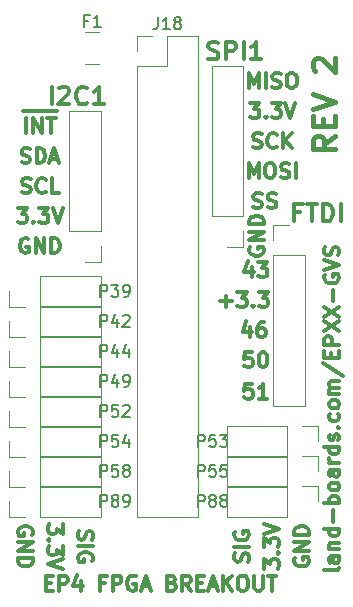
<source format=gbr>
G04 #@! TF.GenerationSoftware,KiCad,Pcbnew,(5.0.2)-1*
G04 #@! TF.CreationDate,2019-09-14T17:14:01-04:00*
G04 #@! TF.ProjectId,EPXX-GVS,45505858-2d47-4565-932e-6b696361645f,X2*
G04 #@! TF.SameCoordinates,Original*
G04 #@! TF.FileFunction,Legend,Top*
G04 #@! TF.FilePolarity,Positive*
%FSLAX46Y46*%
G04 Gerber Fmt 4.6, Leading zero omitted, Abs format (unit mm)*
G04 Created by KiCad (PCBNEW (5.0.2)-1) date 9/14/2019 5:14:01 PM*
%MOMM*%
%LPD*%
G01*
G04 APERTURE LIST*
%ADD10C,0.317500*%
%ADD11C,0.381000*%
%ADD12C,0.120000*%
%ADD13C,0.375000*%
%ADD14C,0.150000*%
G04 APERTURE END LIST*
D10*
X22430619Y-31943523D02*
X21825857Y-31943523D01*
X21765380Y-32548285D01*
X21825857Y-32487809D01*
X21946809Y-32427333D01*
X22249190Y-32427333D01*
X22370142Y-32487809D01*
X22430619Y-32548285D01*
X22491095Y-32669238D01*
X22491095Y-32971619D01*
X22430619Y-33092571D01*
X22370142Y-33153047D01*
X22249190Y-33213523D01*
X21946809Y-33213523D01*
X21825857Y-33153047D01*
X21765380Y-33092571D01*
X23700619Y-33213523D02*
X22974904Y-33213523D01*
X23337761Y-33213523D02*
X23337761Y-31943523D01*
X23216809Y-32124952D01*
X23095857Y-32245904D01*
X22974904Y-32306380D01*
X22430619Y-29276523D02*
X21825857Y-29276523D01*
X21765380Y-29881285D01*
X21825857Y-29820809D01*
X21946809Y-29760333D01*
X22249190Y-29760333D01*
X22370142Y-29820809D01*
X22430619Y-29881285D01*
X22491095Y-30002238D01*
X22491095Y-30304619D01*
X22430619Y-30425571D01*
X22370142Y-30486047D01*
X22249190Y-30546523D01*
X21946809Y-30546523D01*
X21825857Y-30486047D01*
X21765380Y-30425571D01*
X23277285Y-29276523D02*
X23398238Y-29276523D01*
X23519190Y-29337000D01*
X23579666Y-29397476D01*
X23640142Y-29518428D01*
X23700619Y-29760333D01*
X23700619Y-30062714D01*
X23640142Y-30304619D01*
X23579666Y-30425571D01*
X23519190Y-30486047D01*
X23398238Y-30546523D01*
X23277285Y-30546523D01*
X23156333Y-30486047D01*
X23095857Y-30425571D01*
X23035380Y-30304619D01*
X22974904Y-30062714D01*
X22974904Y-29760333D01*
X23035380Y-29518428D01*
X23095857Y-29397476D01*
X23156333Y-29337000D01*
X23277285Y-29276523D01*
X22243142Y-27159857D02*
X22243142Y-28006523D01*
X21940761Y-26676047D02*
X21638380Y-27583190D01*
X22424571Y-27583190D01*
X23452666Y-26736523D02*
X23210761Y-26736523D01*
X23089809Y-26797000D01*
X23029333Y-26857476D01*
X22908380Y-27038904D01*
X22847904Y-27280809D01*
X22847904Y-27764619D01*
X22908380Y-27885571D01*
X22968857Y-27946047D01*
X23089809Y-28006523D01*
X23331714Y-28006523D01*
X23452666Y-27946047D01*
X23513142Y-27885571D01*
X23573619Y-27764619D01*
X23573619Y-27462238D01*
X23513142Y-27341285D01*
X23452666Y-27280809D01*
X23331714Y-27220333D01*
X23089809Y-27220333D01*
X22968857Y-27280809D01*
X22908380Y-27341285D01*
X22847904Y-27462238D01*
X22370142Y-22079857D02*
X22370142Y-22926523D01*
X22067761Y-21596047D02*
X21765380Y-22503190D01*
X22551571Y-22503190D01*
X22914428Y-21656523D02*
X23700619Y-21656523D01*
X23277285Y-22140333D01*
X23458714Y-22140333D01*
X23579666Y-22200809D01*
X23640142Y-22261285D01*
X23700619Y-22382238D01*
X23700619Y-22684619D01*
X23640142Y-22805571D01*
X23579666Y-22866047D01*
X23458714Y-22926523D01*
X23095857Y-22926523D01*
X22974904Y-22866047D01*
X22914428Y-22805571D01*
X19721285Y-24982714D02*
X20688904Y-24982714D01*
X20205095Y-25466523D02*
X20205095Y-24498904D01*
X21172714Y-24196523D02*
X21958904Y-24196523D01*
X21535571Y-24680333D01*
X21717000Y-24680333D01*
X21837952Y-24740809D01*
X21898428Y-24801285D01*
X21958904Y-24922238D01*
X21958904Y-25224619D01*
X21898428Y-25345571D01*
X21837952Y-25406047D01*
X21717000Y-25466523D01*
X21354142Y-25466523D01*
X21233190Y-25406047D01*
X21172714Y-25345571D01*
X22503190Y-25345571D02*
X22563666Y-25406047D01*
X22503190Y-25466523D01*
X22442714Y-25406047D01*
X22503190Y-25345571D01*
X22503190Y-25466523D01*
X22987000Y-24196523D02*
X23773190Y-24196523D01*
X23349857Y-24680333D01*
X23531285Y-24680333D01*
X23652238Y-24740809D01*
X23712714Y-24801285D01*
X23773190Y-24922238D01*
X23773190Y-25224619D01*
X23712714Y-25345571D01*
X23652238Y-25406047D01*
X23531285Y-25466523D01*
X23168428Y-25466523D01*
X23047476Y-25406047D01*
X22987000Y-25345571D01*
X22497142Y-11944047D02*
X22678571Y-12004523D01*
X22980952Y-12004523D01*
X23101904Y-11944047D01*
X23162380Y-11883571D01*
X23222857Y-11762619D01*
X23222857Y-11641666D01*
X23162380Y-11520714D01*
X23101904Y-11460238D01*
X22980952Y-11399761D01*
X22739047Y-11339285D01*
X22618095Y-11278809D01*
X22557619Y-11218333D01*
X22497142Y-11097380D01*
X22497142Y-10976428D01*
X22557619Y-10855476D01*
X22618095Y-10795000D01*
X22739047Y-10734523D01*
X23041428Y-10734523D01*
X23222857Y-10795000D01*
X24492857Y-11883571D02*
X24432380Y-11944047D01*
X24250952Y-12004523D01*
X24130000Y-12004523D01*
X23948571Y-11944047D01*
X23827619Y-11823095D01*
X23767142Y-11702142D01*
X23706666Y-11460238D01*
X23706666Y-11278809D01*
X23767142Y-11036904D01*
X23827619Y-10915952D01*
X23948571Y-10795000D01*
X24130000Y-10734523D01*
X24250952Y-10734523D01*
X24432380Y-10795000D01*
X24492857Y-10855476D01*
X25037142Y-12004523D02*
X25037142Y-10734523D01*
X25762857Y-12004523D02*
X25218571Y-11278809D01*
X25762857Y-10734523D02*
X25037142Y-11460238D01*
X22134285Y-6924523D02*
X22134285Y-5654523D01*
X22557619Y-6561666D01*
X22980952Y-5654523D01*
X22980952Y-6924523D01*
X23585714Y-6924523D02*
X23585714Y-5654523D01*
X24130000Y-6864047D02*
X24311428Y-6924523D01*
X24613809Y-6924523D01*
X24734761Y-6864047D01*
X24795238Y-6803571D01*
X24855714Y-6682619D01*
X24855714Y-6561666D01*
X24795238Y-6440714D01*
X24734761Y-6380238D01*
X24613809Y-6319761D01*
X24371904Y-6259285D01*
X24250952Y-6198809D01*
X24190476Y-6138333D01*
X24130000Y-6017380D01*
X24130000Y-5896428D01*
X24190476Y-5775476D01*
X24250952Y-5715000D01*
X24371904Y-5654523D01*
X24674285Y-5654523D01*
X24855714Y-5715000D01*
X25641904Y-5654523D02*
X25883809Y-5654523D01*
X26004761Y-5715000D01*
X26125714Y-5835952D01*
X26186190Y-6077857D01*
X26186190Y-6501190D01*
X26125714Y-6743095D01*
X26004761Y-6864047D01*
X25883809Y-6924523D01*
X25641904Y-6924523D01*
X25520952Y-6864047D01*
X25400000Y-6743095D01*
X25339523Y-6501190D01*
X25339523Y-6077857D01*
X25400000Y-5835952D01*
X25520952Y-5715000D01*
X25641904Y-5654523D01*
X22255238Y-8194523D02*
X23041428Y-8194523D01*
X22618095Y-8678333D01*
X22799523Y-8678333D01*
X22920476Y-8738809D01*
X22980952Y-8799285D01*
X23041428Y-8920238D01*
X23041428Y-9222619D01*
X22980952Y-9343571D01*
X22920476Y-9404047D01*
X22799523Y-9464523D01*
X22436666Y-9464523D01*
X22315714Y-9404047D01*
X22255238Y-9343571D01*
X23585714Y-9343571D02*
X23646190Y-9404047D01*
X23585714Y-9464523D01*
X23525238Y-9404047D01*
X23585714Y-9343571D01*
X23585714Y-9464523D01*
X24069523Y-8194523D02*
X24855714Y-8194523D01*
X24432380Y-8678333D01*
X24613809Y-8678333D01*
X24734761Y-8738809D01*
X24795238Y-8799285D01*
X24855714Y-8920238D01*
X24855714Y-9222619D01*
X24795238Y-9343571D01*
X24734761Y-9404047D01*
X24613809Y-9464523D01*
X24250952Y-9464523D01*
X24130000Y-9404047D01*
X24069523Y-9343571D01*
X25218571Y-8194523D02*
X25641904Y-9464523D01*
X26065238Y-8194523D01*
X22134285Y-14544523D02*
X22134285Y-13274523D01*
X22557619Y-14181666D01*
X22980952Y-13274523D01*
X22980952Y-14544523D01*
X23827619Y-13274523D02*
X24069523Y-13274523D01*
X24190476Y-13335000D01*
X24311428Y-13455952D01*
X24371904Y-13697857D01*
X24371904Y-14121190D01*
X24311428Y-14363095D01*
X24190476Y-14484047D01*
X24069523Y-14544523D01*
X23827619Y-14544523D01*
X23706666Y-14484047D01*
X23585714Y-14363095D01*
X23525238Y-14121190D01*
X23525238Y-13697857D01*
X23585714Y-13455952D01*
X23706666Y-13335000D01*
X23827619Y-13274523D01*
X24855714Y-14484047D02*
X25037142Y-14544523D01*
X25339523Y-14544523D01*
X25460476Y-14484047D01*
X25520952Y-14423571D01*
X25581428Y-14302619D01*
X25581428Y-14181666D01*
X25520952Y-14060714D01*
X25460476Y-14000238D01*
X25339523Y-13939761D01*
X25097619Y-13879285D01*
X24976666Y-13818809D01*
X24916190Y-13758333D01*
X24855714Y-13637380D01*
X24855714Y-13516428D01*
X24916190Y-13395476D01*
X24976666Y-13335000D01*
X25097619Y-13274523D01*
X25400000Y-13274523D01*
X25581428Y-13335000D01*
X26125714Y-14544523D02*
X26125714Y-13274523D01*
X22527380Y-17024047D02*
X22708809Y-17084523D01*
X23011190Y-17084523D01*
X23132142Y-17024047D01*
X23192619Y-16963571D01*
X23253095Y-16842619D01*
X23253095Y-16721666D01*
X23192619Y-16600714D01*
X23132142Y-16540238D01*
X23011190Y-16479761D01*
X22769285Y-16419285D01*
X22648333Y-16358809D01*
X22587857Y-16298333D01*
X22527380Y-16177380D01*
X22527380Y-16056428D01*
X22587857Y-15935476D01*
X22648333Y-15875000D01*
X22769285Y-15814523D01*
X23071666Y-15814523D01*
X23253095Y-15875000D01*
X23736904Y-17024047D02*
X23918333Y-17084523D01*
X24220714Y-17084523D01*
X24341666Y-17024047D01*
X24402142Y-16963571D01*
X24462619Y-16842619D01*
X24462619Y-16721666D01*
X24402142Y-16600714D01*
X24341666Y-16540238D01*
X24220714Y-16479761D01*
X23978809Y-16419285D01*
X23857857Y-16358809D01*
X23797380Y-16298333D01*
X23736904Y-16177380D01*
X23736904Y-16056428D01*
X23797380Y-15935476D01*
X23857857Y-15875000D01*
X23978809Y-15814523D01*
X24281190Y-15814523D01*
X24462619Y-15875000D01*
X22225000Y-20398619D02*
X22164523Y-20519571D01*
X22164523Y-20701000D01*
X22225000Y-20882428D01*
X22345952Y-21003380D01*
X22466904Y-21063857D01*
X22708809Y-21124333D01*
X22890238Y-21124333D01*
X23132142Y-21063857D01*
X23253095Y-21003380D01*
X23374047Y-20882428D01*
X23434523Y-20701000D01*
X23434523Y-20580047D01*
X23374047Y-20398619D01*
X23313571Y-20338142D01*
X22890238Y-20338142D01*
X22890238Y-20580047D01*
X23434523Y-19793857D02*
X22164523Y-19793857D01*
X23434523Y-19068142D01*
X22164523Y-19068142D01*
X23434523Y-18463380D02*
X22164523Y-18463380D01*
X22164523Y-18161000D01*
X22225000Y-17979571D01*
X22345952Y-17858619D01*
X22466904Y-17798142D01*
X22708809Y-17737666D01*
X22890238Y-17737666D01*
X23132142Y-17798142D01*
X23253095Y-17858619D01*
X23374047Y-17979571D01*
X23434523Y-18161000D01*
X23434523Y-18463380D01*
X7740952Y-44419761D02*
X7680476Y-44601190D01*
X7680476Y-44903571D01*
X7740952Y-45024523D01*
X7801428Y-45085000D01*
X7922380Y-45145476D01*
X8043333Y-45145476D01*
X8164285Y-45085000D01*
X8224761Y-45024523D01*
X8285238Y-44903571D01*
X8345714Y-44661666D01*
X8406190Y-44540714D01*
X8466666Y-44480238D01*
X8587619Y-44419761D01*
X8708571Y-44419761D01*
X8829523Y-44480238D01*
X8890000Y-44540714D01*
X8950476Y-44661666D01*
X8950476Y-44964047D01*
X8890000Y-45145476D01*
X7680476Y-45689761D02*
X8950476Y-45689761D01*
X8890000Y-46959761D02*
X8950476Y-46838809D01*
X8950476Y-46657380D01*
X8890000Y-46475952D01*
X8769047Y-46355000D01*
X8648095Y-46294523D01*
X8406190Y-46234047D01*
X8224761Y-46234047D01*
X7982857Y-46294523D01*
X7861904Y-46355000D01*
X7740952Y-46475952D01*
X7680476Y-46657380D01*
X7680476Y-46778333D01*
X7740952Y-46959761D01*
X7801428Y-47020238D01*
X8224761Y-47020238D01*
X8224761Y-46778333D01*
X22104047Y-47020238D02*
X22164523Y-46838809D01*
X22164523Y-46536428D01*
X22104047Y-46415476D01*
X22043571Y-46355000D01*
X21922619Y-46294523D01*
X21801666Y-46294523D01*
X21680714Y-46355000D01*
X21620238Y-46415476D01*
X21559761Y-46536428D01*
X21499285Y-46778333D01*
X21438809Y-46899285D01*
X21378333Y-46959761D01*
X21257380Y-47020238D01*
X21136428Y-47020238D01*
X21015476Y-46959761D01*
X20955000Y-46899285D01*
X20894523Y-46778333D01*
X20894523Y-46475952D01*
X20955000Y-46294523D01*
X22164523Y-45750238D02*
X20894523Y-45750238D01*
X20955000Y-44480238D02*
X20894523Y-44601190D01*
X20894523Y-44782619D01*
X20955000Y-44964047D01*
X21075952Y-45085000D01*
X21196904Y-45145476D01*
X21438809Y-45205952D01*
X21620238Y-45205952D01*
X21862142Y-45145476D01*
X21983095Y-45085000D01*
X22104047Y-44964047D01*
X22164523Y-44782619D01*
X22164523Y-44661666D01*
X22104047Y-44480238D01*
X22043571Y-44419761D01*
X21620238Y-44419761D01*
X21620238Y-44661666D01*
X2993571Y-8832850D02*
X3598333Y-8832850D01*
X3295952Y-10734523D02*
X3295952Y-9464523D01*
X3598333Y-8832850D02*
X4928809Y-8832850D01*
X3900714Y-10734523D02*
X3900714Y-9464523D01*
X4626428Y-10734523D01*
X4626428Y-9464523D01*
X4928809Y-8832850D02*
X5896428Y-8832850D01*
X5049761Y-9464523D02*
X5775476Y-9464523D01*
X5412619Y-10734523D02*
X5412619Y-9464523D01*
X2902857Y-13214047D02*
X3084285Y-13274523D01*
X3386666Y-13274523D01*
X3507619Y-13214047D01*
X3568095Y-13153571D01*
X3628571Y-13032619D01*
X3628571Y-12911666D01*
X3568095Y-12790714D01*
X3507619Y-12730238D01*
X3386666Y-12669761D01*
X3144761Y-12609285D01*
X3023809Y-12548809D01*
X2963333Y-12488333D01*
X2902857Y-12367380D01*
X2902857Y-12246428D01*
X2963333Y-12125476D01*
X3023809Y-12065000D01*
X3144761Y-12004523D01*
X3447142Y-12004523D01*
X3628571Y-12065000D01*
X4172857Y-13274523D02*
X4172857Y-12004523D01*
X4475238Y-12004523D01*
X4656666Y-12065000D01*
X4777619Y-12185952D01*
X4838095Y-12306904D01*
X4898571Y-12548809D01*
X4898571Y-12730238D01*
X4838095Y-12972142D01*
X4777619Y-13093095D01*
X4656666Y-13214047D01*
X4475238Y-13274523D01*
X4172857Y-13274523D01*
X5382380Y-12911666D02*
X5987142Y-12911666D01*
X5261428Y-13274523D02*
X5684761Y-12004523D01*
X6108095Y-13274523D01*
X2933095Y-15754047D02*
X3114523Y-15814523D01*
X3416904Y-15814523D01*
X3537857Y-15754047D01*
X3598333Y-15693571D01*
X3658809Y-15572619D01*
X3658809Y-15451666D01*
X3598333Y-15330714D01*
X3537857Y-15270238D01*
X3416904Y-15209761D01*
X3175000Y-15149285D01*
X3054047Y-15088809D01*
X2993571Y-15028333D01*
X2933095Y-14907380D01*
X2933095Y-14786428D01*
X2993571Y-14665476D01*
X3054047Y-14605000D01*
X3175000Y-14544523D01*
X3477380Y-14544523D01*
X3658809Y-14605000D01*
X4928809Y-15693571D02*
X4868333Y-15754047D01*
X4686904Y-15814523D01*
X4565952Y-15814523D01*
X4384523Y-15754047D01*
X4263571Y-15633095D01*
X4203095Y-15512142D01*
X4142619Y-15270238D01*
X4142619Y-15088809D01*
X4203095Y-14846904D01*
X4263571Y-14725952D01*
X4384523Y-14605000D01*
X4565952Y-14544523D01*
X4686904Y-14544523D01*
X4868333Y-14605000D01*
X4928809Y-14665476D01*
X6077857Y-15814523D02*
X5473095Y-15814523D01*
X5473095Y-14544523D01*
X2570238Y-17084523D02*
X3356428Y-17084523D01*
X2933095Y-17568333D01*
X3114523Y-17568333D01*
X3235476Y-17628809D01*
X3295952Y-17689285D01*
X3356428Y-17810238D01*
X3356428Y-18112619D01*
X3295952Y-18233571D01*
X3235476Y-18294047D01*
X3114523Y-18354523D01*
X2751666Y-18354523D01*
X2630714Y-18294047D01*
X2570238Y-18233571D01*
X3900714Y-18233571D02*
X3961190Y-18294047D01*
X3900714Y-18354523D01*
X3840238Y-18294047D01*
X3900714Y-18233571D01*
X3900714Y-18354523D01*
X4384523Y-17084523D02*
X5170714Y-17084523D01*
X4747380Y-17568333D01*
X4928809Y-17568333D01*
X5049761Y-17628809D01*
X5110238Y-17689285D01*
X5170714Y-17810238D01*
X5170714Y-18112619D01*
X5110238Y-18233571D01*
X5049761Y-18294047D01*
X4928809Y-18354523D01*
X4565952Y-18354523D01*
X4445000Y-18294047D01*
X4384523Y-18233571D01*
X5533571Y-17084523D02*
X5956904Y-18354523D01*
X6380238Y-17084523D01*
X3477380Y-19685000D02*
X3356428Y-19624523D01*
X3175000Y-19624523D01*
X2993571Y-19685000D01*
X2872619Y-19805952D01*
X2812142Y-19926904D01*
X2751666Y-20168809D01*
X2751666Y-20350238D01*
X2812142Y-20592142D01*
X2872619Y-20713095D01*
X2993571Y-20834047D01*
X3175000Y-20894523D01*
X3295952Y-20894523D01*
X3477380Y-20834047D01*
X3537857Y-20773571D01*
X3537857Y-20350238D01*
X3295952Y-20350238D01*
X4082142Y-20894523D02*
X4082142Y-19624523D01*
X4807857Y-20894523D01*
X4807857Y-19624523D01*
X5412619Y-20894523D02*
X5412619Y-19624523D01*
X5715000Y-19624523D01*
X5896428Y-19685000D01*
X6017380Y-19805952D01*
X6077857Y-19926904D01*
X6138333Y-20168809D01*
X6138333Y-20350238D01*
X6077857Y-20592142D01*
X6017380Y-20713095D01*
X5896428Y-20834047D01*
X5715000Y-20894523D01*
X5412619Y-20894523D01*
X4928809Y-48804285D02*
X5352142Y-48804285D01*
X5533571Y-49469523D02*
X4928809Y-49469523D01*
X4928809Y-48199523D01*
X5533571Y-48199523D01*
X6077857Y-49469523D02*
X6077857Y-48199523D01*
X6561666Y-48199523D01*
X6682619Y-48260000D01*
X6743095Y-48320476D01*
X6803571Y-48441428D01*
X6803571Y-48622857D01*
X6743095Y-48743809D01*
X6682619Y-48804285D01*
X6561666Y-48864761D01*
X6077857Y-48864761D01*
X7892142Y-48622857D02*
X7892142Y-49469523D01*
X7589761Y-48139047D02*
X7287380Y-49046190D01*
X8073571Y-49046190D01*
X9948333Y-48804285D02*
X9525000Y-48804285D01*
X9525000Y-49469523D02*
X9525000Y-48199523D01*
X10129761Y-48199523D01*
X10613571Y-49469523D02*
X10613571Y-48199523D01*
X11097380Y-48199523D01*
X11218333Y-48260000D01*
X11278809Y-48320476D01*
X11339285Y-48441428D01*
X11339285Y-48622857D01*
X11278809Y-48743809D01*
X11218333Y-48804285D01*
X11097380Y-48864761D01*
X10613571Y-48864761D01*
X12548809Y-48260000D02*
X12427857Y-48199523D01*
X12246428Y-48199523D01*
X12064999Y-48260000D01*
X11944047Y-48380952D01*
X11883571Y-48501904D01*
X11823095Y-48743809D01*
X11823095Y-48925238D01*
X11883571Y-49167142D01*
X11944047Y-49288095D01*
X12064999Y-49409047D01*
X12246428Y-49469523D01*
X12367380Y-49469523D01*
X12548809Y-49409047D01*
X12609285Y-49348571D01*
X12609285Y-48925238D01*
X12367380Y-48925238D01*
X13093095Y-49106666D02*
X13697857Y-49106666D01*
X12972142Y-49469523D02*
X13395476Y-48199523D01*
X13818809Y-49469523D01*
X15633095Y-48804285D02*
X15814523Y-48864761D01*
X15875000Y-48925238D01*
X15935476Y-49046190D01*
X15935476Y-49227619D01*
X15875000Y-49348571D01*
X15814523Y-49409047D01*
X15693571Y-49469523D01*
X15209761Y-49469523D01*
X15209761Y-48199523D01*
X15633095Y-48199523D01*
X15754047Y-48260000D01*
X15814523Y-48320476D01*
X15875000Y-48441428D01*
X15875000Y-48562380D01*
X15814523Y-48683333D01*
X15754047Y-48743809D01*
X15633095Y-48804285D01*
X15209761Y-48804285D01*
X17205476Y-49469523D02*
X16782142Y-48864761D01*
X16479761Y-49469523D02*
X16479761Y-48199523D01*
X16963571Y-48199523D01*
X17084523Y-48260000D01*
X17145000Y-48320476D01*
X17205476Y-48441428D01*
X17205476Y-48622857D01*
X17145000Y-48743809D01*
X17084523Y-48804285D01*
X16963571Y-48864761D01*
X16479761Y-48864761D01*
X17749761Y-48804285D02*
X18173095Y-48804285D01*
X18354523Y-49469523D02*
X17749761Y-49469523D01*
X17749761Y-48199523D01*
X18354523Y-48199523D01*
X18838333Y-49106666D02*
X19443095Y-49106666D01*
X18717380Y-49469523D02*
X19140714Y-48199523D01*
X19564047Y-49469523D01*
X19987380Y-49469523D02*
X19987380Y-48199523D01*
X20713095Y-49469523D02*
X20168809Y-48743809D01*
X20713095Y-48199523D02*
X19987380Y-48925238D01*
X21499285Y-48199523D02*
X21741190Y-48199523D01*
X21862142Y-48260000D01*
X21983095Y-48380952D01*
X22043571Y-48622857D01*
X22043571Y-49046190D01*
X21983095Y-49288095D01*
X21862142Y-49409047D01*
X21741190Y-49469523D01*
X21499285Y-49469523D01*
X21378333Y-49409047D01*
X21257380Y-49288095D01*
X21196904Y-49046190D01*
X21196904Y-48622857D01*
X21257380Y-48380952D01*
X21378333Y-48260000D01*
X21499285Y-48199523D01*
X22587857Y-48199523D02*
X22587857Y-49227619D01*
X22648333Y-49348571D01*
X22708809Y-49409047D01*
X22829761Y-49469523D01*
X23071666Y-49469523D01*
X23192619Y-49409047D01*
X23253095Y-49348571D01*
X23313571Y-49227619D01*
X23313571Y-48199523D01*
X23736904Y-48199523D02*
X24462619Y-48199523D01*
X24099761Y-49469523D02*
X24099761Y-48199523D01*
X23434523Y-47594761D02*
X23434523Y-46808571D01*
X23918333Y-47231904D01*
X23918333Y-47050476D01*
X23978809Y-46929523D01*
X24039285Y-46869047D01*
X24160238Y-46808571D01*
X24462619Y-46808571D01*
X24583571Y-46869047D01*
X24644047Y-46929523D01*
X24704523Y-47050476D01*
X24704523Y-47413333D01*
X24644047Y-47534285D01*
X24583571Y-47594761D01*
X24583571Y-46264285D02*
X24644047Y-46203809D01*
X24704523Y-46264285D01*
X24644047Y-46324761D01*
X24583571Y-46264285D01*
X24704523Y-46264285D01*
X23434523Y-45780476D02*
X23434523Y-44994285D01*
X23918333Y-45417619D01*
X23918333Y-45236190D01*
X23978809Y-45115238D01*
X24039285Y-45054761D01*
X24160238Y-44994285D01*
X24462619Y-44994285D01*
X24583571Y-45054761D01*
X24644047Y-45115238D01*
X24704523Y-45236190D01*
X24704523Y-45599047D01*
X24644047Y-45720000D01*
X24583571Y-45780476D01*
X23434523Y-44631428D02*
X24704523Y-44208095D01*
X23434523Y-43784761D01*
X26035000Y-46687619D02*
X25974523Y-46808571D01*
X25974523Y-46990000D01*
X26035000Y-47171428D01*
X26155952Y-47292380D01*
X26276904Y-47352857D01*
X26518809Y-47413333D01*
X26700238Y-47413333D01*
X26942142Y-47352857D01*
X27063095Y-47292380D01*
X27184047Y-47171428D01*
X27244523Y-46990000D01*
X27244523Y-46869047D01*
X27184047Y-46687619D01*
X27123571Y-46627142D01*
X26700238Y-46627142D01*
X26700238Y-46869047D01*
X27244523Y-46082857D02*
X25974523Y-46082857D01*
X27244523Y-45357142D01*
X25974523Y-45357142D01*
X27244523Y-44752380D02*
X25974523Y-44752380D01*
X25974523Y-44450000D01*
X26035000Y-44268571D01*
X26155952Y-44147619D01*
X26276904Y-44087142D01*
X26518809Y-44026666D01*
X26700238Y-44026666D01*
X26942142Y-44087142D01*
X27063095Y-44147619D01*
X27184047Y-44268571D01*
X27244523Y-44450000D01*
X27244523Y-44752380D01*
X3810000Y-44752380D02*
X3870476Y-44631428D01*
X3870476Y-44450000D01*
X3810000Y-44268571D01*
X3689047Y-44147619D01*
X3568095Y-44087142D01*
X3326190Y-44026666D01*
X3144761Y-44026666D01*
X2902857Y-44087142D01*
X2781904Y-44147619D01*
X2660952Y-44268571D01*
X2600476Y-44450000D01*
X2600476Y-44570952D01*
X2660952Y-44752380D01*
X2721428Y-44812857D01*
X3144761Y-44812857D01*
X3144761Y-44570952D01*
X2600476Y-45357142D02*
X3870476Y-45357142D01*
X2600476Y-46082857D01*
X3870476Y-46082857D01*
X2600476Y-46687619D02*
X3870476Y-46687619D01*
X3870476Y-46990000D01*
X3810000Y-47171428D01*
X3689047Y-47292380D01*
X3568095Y-47352857D01*
X3326190Y-47413333D01*
X3144761Y-47413333D01*
X2902857Y-47352857D01*
X2781904Y-47292380D01*
X2660952Y-47171428D01*
X2600476Y-46990000D01*
X2600476Y-46687619D01*
X6410476Y-43845238D02*
X6410476Y-44631428D01*
X5926666Y-44208095D01*
X5926666Y-44389523D01*
X5866190Y-44510476D01*
X5805714Y-44570952D01*
X5684761Y-44631428D01*
X5382380Y-44631428D01*
X5261428Y-44570952D01*
X5200952Y-44510476D01*
X5140476Y-44389523D01*
X5140476Y-44026666D01*
X5200952Y-43905714D01*
X5261428Y-43845238D01*
X5261428Y-45175714D02*
X5200952Y-45236190D01*
X5140476Y-45175714D01*
X5200952Y-45115238D01*
X5261428Y-45175714D01*
X5140476Y-45175714D01*
X6410476Y-45659523D02*
X6410476Y-46445714D01*
X5926666Y-46022380D01*
X5926666Y-46203809D01*
X5866190Y-46324761D01*
X5805714Y-46385238D01*
X5684761Y-46445714D01*
X5382380Y-46445714D01*
X5261428Y-46385238D01*
X5200952Y-46324761D01*
X5140476Y-46203809D01*
X5140476Y-45840952D01*
X5200952Y-45720000D01*
X5261428Y-45659523D01*
X6410476Y-46808571D02*
X5140476Y-47231904D01*
X6410476Y-47655238D01*
D11*
X29436785Y-10976428D02*
X28529642Y-11611428D01*
X29436785Y-12065000D02*
X27531785Y-12065000D01*
X27531785Y-11339285D01*
X27622500Y-11157857D01*
X27713214Y-11067142D01*
X27894642Y-10976428D01*
X28166785Y-10976428D01*
X28348214Y-11067142D01*
X28438928Y-11157857D01*
X28529642Y-11339285D01*
X28529642Y-12065000D01*
X28438928Y-10160000D02*
X28438928Y-9525000D01*
X29436785Y-9252857D02*
X29436785Y-10160000D01*
X27531785Y-10160000D01*
X27531785Y-9252857D01*
X27531785Y-8708571D02*
X29436785Y-8073571D01*
X27531785Y-7438571D01*
X27713214Y-5442857D02*
X27622500Y-5352142D01*
X27531785Y-5170714D01*
X27531785Y-4717142D01*
X27622500Y-4535714D01*
X27713214Y-4445000D01*
X27894642Y-4354285D01*
X28076071Y-4354285D01*
X28348214Y-4445000D01*
X29436785Y-5533571D01*
X29436785Y-4354285D01*
D10*
X29784523Y-47569815D02*
X29724047Y-47690767D01*
X29603095Y-47751244D01*
X28514523Y-47751244D01*
X29784523Y-46541720D02*
X29119285Y-46541720D01*
X28998333Y-46602196D01*
X28937857Y-46723148D01*
X28937857Y-46965053D01*
X28998333Y-47086005D01*
X29724047Y-46541720D02*
X29784523Y-46662672D01*
X29784523Y-46965053D01*
X29724047Y-47086005D01*
X29603095Y-47146482D01*
X29482142Y-47146482D01*
X29361190Y-47086005D01*
X29300714Y-46965053D01*
X29300714Y-46662672D01*
X29240238Y-46541720D01*
X28937857Y-45936958D02*
X29784523Y-45936958D01*
X29058809Y-45936958D02*
X28998333Y-45876482D01*
X28937857Y-45755529D01*
X28937857Y-45574101D01*
X28998333Y-45453148D01*
X29119285Y-45392672D01*
X29784523Y-45392672D01*
X29784523Y-44243625D02*
X28514523Y-44243625D01*
X29724047Y-44243625D02*
X29784523Y-44364577D01*
X29784523Y-44606482D01*
X29724047Y-44727434D01*
X29663571Y-44787910D01*
X29542619Y-44848386D01*
X29179761Y-44848386D01*
X29058809Y-44787910D01*
X28998333Y-44727434D01*
X28937857Y-44606482D01*
X28937857Y-44364577D01*
X28998333Y-44243625D01*
X29300714Y-43638863D02*
X29300714Y-42671244D01*
X29784523Y-42066482D02*
X28514523Y-42066482D01*
X28998333Y-42066482D02*
X28937857Y-41945529D01*
X28937857Y-41703625D01*
X28998333Y-41582672D01*
X29058809Y-41522196D01*
X29179761Y-41461720D01*
X29542619Y-41461720D01*
X29663571Y-41522196D01*
X29724047Y-41582672D01*
X29784523Y-41703625D01*
X29784523Y-41945529D01*
X29724047Y-42066482D01*
X29784523Y-40736005D02*
X29724047Y-40856958D01*
X29663571Y-40917434D01*
X29542619Y-40977910D01*
X29179761Y-40977910D01*
X29058809Y-40917434D01*
X28998333Y-40856958D01*
X28937857Y-40736005D01*
X28937857Y-40554577D01*
X28998333Y-40433625D01*
X29058809Y-40373148D01*
X29179761Y-40312672D01*
X29542619Y-40312672D01*
X29663571Y-40373148D01*
X29724047Y-40433625D01*
X29784523Y-40554577D01*
X29784523Y-40736005D01*
X29784523Y-39224101D02*
X29119285Y-39224101D01*
X28998333Y-39284577D01*
X28937857Y-39405529D01*
X28937857Y-39647434D01*
X28998333Y-39768386D01*
X29724047Y-39224101D02*
X29784523Y-39345053D01*
X29784523Y-39647434D01*
X29724047Y-39768386D01*
X29603095Y-39828863D01*
X29482142Y-39828863D01*
X29361190Y-39768386D01*
X29300714Y-39647434D01*
X29300714Y-39345053D01*
X29240238Y-39224101D01*
X29784523Y-38619339D02*
X28937857Y-38619339D01*
X29179761Y-38619339D02*
X29058809Y-38558863D01*
X28998333Y-38498386D01*
X28937857Y-38377434D01*
X28937857Y-38256482D01*
X29784523Y-37288863D02*
X28514523Y-37288863D01*
X29724047Y-37288863D02*
X29784523Y-37409815D01*
X29784523Y-37651720D01*
X29724047Y-37772672D01*
X29663571Y-37833148D01*
X29542619Y-37893625D01*
X29179761Y-37893625D01*
X29058809Y-37833148D01*
X28998333Y-37772672D01*
X28937857Y-37651720D01*
X28937857Y-37409815D01*
X28998333Y-37288863D01*
X29724047Y-36744577D02*
X29784523Y-36623625D01*
X29784523Y-36381720D01*
X29724047Y-36260767D01*
X29603095Y-36200291D01*
X29542619Y-36200291D01*
X29421666Y-36260767D01*
X29361190Y-36381720D01*
X29361190Y-36563148D01*
X29300714Y-36684101D01*
X29179761Y-36744577D01*
X29119285Y-36744577D01*
X28998333Y-36684101D01*
X28937857Y-36563148D01*
X28937857Y-36381720D01*
X28998333Y-36260767D01*
X29663571Y-35656005D02*
X29724047Y-35595529D01*
X29784523Y-35656005D01*
X29724047Y-35716482D01*
X29663571Y-35656005D01*
X29784523Y-35656005D01*
X29724047Y-34506958D02*
X29784523Y-34627910D01*
X29784523Y-34869815D01*
X29724047Y-34990767D01*
X29663571Y-35051244D01*
X29542619Y-35111720D01*
X29179761Y-35111720D01*
X29058809Y-35051244D01*
X28998333Y-34990767D01*
X28937857Y-34869815D01*
X28937857Y-34627910D01*
X28998333Y-34506958D01*
X29784523Y-33781244D02*
X29724047Y-33902196D01*
X29663571Y-33962672D01*
X29542619Y-34023148D01*
X29179761Y-34023148D01*
X29058809Y-33962672D01*
X28998333Y-33902196D01*
X28937857Y-33781244D01*
X28937857Y-33599815D01*
X28998333Y-33478863D01*
X29058809Y-33418386D01*
X29179761Y-33357910D01*
X29542619Y-33357910D01*
X29663571Y-33418386D01*
X29724047Y-33478863D01*
X29784523Y-33599815D01*
X29784523Y-33781244D01*
X29784523Y-32813625D02*
X28937857Y-32813625D01*
X29058809Y-32813625D02*
X28998333Y-32753148D01*
X28937857Y-32632196D01*
X28937857Y-32450767D01*
X28998333Y-32329815D01*
X29119285Y-32269339D01*
X29784523Y-32269339D01*
X29119285Y-32269339D02*
X28998333Y-32208863D01*
X28937857Y-32087910D01*
X28937857Y-31906482D01*
X28998333Y-31785529D01*
X29119285Y-31725053D01*
X29784523Y-31725053D01*
X28454047Y-30213148D02*
X30086904Y-31301720D01*
X29119285Y-29789815D02*
X29119285Y-29366482D01*
X29784523Y-29185053D02*
X29784523Y-29789815D01*
X28514523Y-29789815D01*
X28514523Y-29185053D01*
X29784523Y-28640767D02*
X28514523Y-28640767D01*
X28514523Y-28156958D01*
X28575000Y-28036005D01*
X28635476Y-27975529D01*
X28756428Y-27915053D01*
X28937857Y-27915053D01*
X29058809Y-27975529D01*
X29119285Y-28036005D01*
X29179761Y-28156958D01*
X29179761Y-28640767D01*
X28514523Y-27491720D02*
X29784523Y-26645053D01*
X28514523Y-26645053D02*
X29784523Y-27491720D01*
X28514523Y-26282196D02*
X29784523Y-25435529D01*
X28514523Y-25435529D02*
X29784523Y-26282196D01*
X29300714Y-24951720D02*
X29300714Y-23984101D01*
X28575000Y-22714101D02*
X28514523Y-22835053D01*
X28514523Y-23016482D01*
X28575000Y-23197910D01*
X28695952Y-23318863D01*
X28816904Y-23379339D01*
X29058809Y-23439815D01*
X29240238Y-23439815D01*
X29482142Y-23379339D01*
X29603095Y-23318863D01*
X29724047Y-23197910D01*
X29784523Y-23016482D01*
X29784523Y-22895529D01*
X29724047Y-22714101D01*
X29663571Y-22653625D01*
X29240238Y-22653625D01*
X29240238Y-22895529D01*
X28514523Y-22290767D02*
X29784523Y-21867434D01*
X28514523Y-21444101D01*
X29724047Y-21081244D02*
X29784523Y-20899815D01*
X29784523Y-20597434D01*
X29724047Y-20476482D01*
X29663571Y-20416005D01*
X29542619Y-20355529D01*
X29421666Y-20355529D01*
X29300714Y-20416005D01*
X29240238Y-20476482D01*
X29179761Y-20597434D01*
X29119285Y-20839339D01*
X29058809Y-20960291D01*
X28998333Y-21020767D01*
X28877380Y-21081244D01*
X28756428Y-21081244D01*
X28635476Y-21020767D01*
X28575000Y-20960291D01*
X28514523Y-20839339D01*
X28514523Y-20536958D01*
X28575000Y-20355529D01*
D12*
G04 #@! TO.C,I2C1*
X9585000Y-8830000D02*
X6925000Y-8830000D01*
X9585000Y-19050000D02*
X9585000Y-8830000D01*
X6925000Y-19050000D02*
X6925000Y-8830000D01*
X9585000Y-19050000D02*
X6925000Y-19050000D01*
X9585000Y-20320000D02*
X9585000Y-21650000D01*
X9585000Y-21650000D02*
X8255000Y-21650000D01*
G04 #@! TO.C,SPI1*
X21650000Y-5020000D02*
X18990000Y-5020000D01*
X21650000Y-17780000D02*
X21650000Y-5020000D01*
X18990000Y-17780000D02*
X18990000Y-5020000D01*
X21650000Y-17780000D02*
X18990000Y-17780000D01*
X21650000Y-19050000D02*
X21650000Y-20380000D01*
X21650000Y-20380000D02*
X20320000Y-20380000D01*
G04 #@! TO.C,P39*
X9585000Y-25460000D02*
X9585000Y-22800000D01*
X4445000Y-25460000D02*
X9585000Y-25460000D01*
X4445000Y-22800000D02*
X9585000Y-22800000D01*
X4445000Y-25460000D02*
X4445000Y-22800000D01*
X3175000Y-25460000D02*
X1845000Y-25460000D01*
X1845000Y-25460000D02*
X1845000Y-24130000D01*
G04 #@! TO.C,P42*
X1845000Y-28000000D02*
X1845000Y-26670000D01*
X3175000Y-28000000D02*
X1845000Y-28000000D01*
X4445000Y-28000000D02*
X4445000Y-25340000D01*
X4445000Y-25340000D02*
X9585000Y-25340000D01*
X4445000Y-28000000D02*
X9585000Y-28000000D01*
X9585000Y-28000000D02*
X9585000Y-25340000D01*
G04 #@! TO.C,P44*
X9585000Y-30540000D02*
X9585000Y-27880000D01*
X4445000Y-30540000D02*
X9585000Y-30540000D01*
X4445000Y-27880000D02*
X9585000Y-27880000D01*
X4445000Y-30540000D02*
X4445000Y-27880000D01*
X3175000Y-30540000D02*
X1845000Y-30540000D01*
X1845000Y-30540000D02*
X1845000Y-29210000D01*
G04 #@! TO.C,P49*
X1845000Y-33080000D02*
X1845000Y-31750000D01*
X3175000Y-33080000D02*
X1845000Y-33080000D01*
X4445000Y-33080000D02*
X4445000Y-30420000D01*
X4445000Y-30420000D02*
X9585000Y-30420000D01*
X4445000Y-33080000D02*
X9585000Y-33080000D01*
X9585000Y-33080000D02*
X9585000Y-30420000D01*
G04 #@! TO.C,P52*
X1845000Y-35620000D02*
X1845000Y-34290000D01*
X3175000Y-35620000D02*
X1845000Y-35620000D01*
X4445000Y-35620000D02*
X4445000Y-32960000D01*
X4445000Y-32960000D02*
X9585000Y-32960000D01*
X4445000Y-35620000D02*
X9585000Y-35620000D01*
X9585000Y-35620000D02*
X9585000Y-32960000D01*
G04 #@! TO.C,P54*
X1845000Y-38160000D02*
X1845000Y-36830000D01*
X3175000Y-38160000D02*
X1845000Y-38160000D01*
X4445000Y-38160000D02*
X4445000Y-35500000D01*
X4445000Y-35500000D02*
X9585000Y-35500000D01*
X4445000Y-38160000D02*
X9585000Y-38160000D01*
X9585000Y-38160000D02*
X9585000Y-35500000D01*
G04 #@! TO.C,P53*
X28000000Y-35500000D02*
X28000000Y-36830000D01*
X26670000Y-35500000D02*
X28000000Y-35500000D01*
X25400000Y-35500000D02*
X25400000Y-38160000D01*
X25400000Y-38160000D02*
X20260000Y-38160000D01*
X25400000Y-35500000D02*
X20260000Y-35500000D01*
X20260000Y-35500000D02*
X20260000Y-38160000D01*
G04 #@! TO.C,P58*
X1845000Y-40700000D02*
X1845000Y-39370000D01*
X3175000Y-40700000D02*
X1845000Y-40700000D01*
X4445000Y-40700000D02*
X4445000Y-38040000D01*
X4445000Y-38040000D02*
X9585000Y-38040000D01*
X4445000Y-40700000D02*
X9585000Y-40700000D01*
X9585000Y-40700000D02*
X9585000Y-38040000D01*
G04 #@! TO.C,P55*
X20260000Y-38040000D02*
X20260000Y-40700000D01*
X25400000Y-38040000D02*
X20260000Y-38040000D01*
X25400000Y-40700000D02*
X20260000Y-40700000D01*
X25400000Y-38040000D02*
X25400000Y-40700000D01*
X26670000Y-38040000D02*
X28000000Y-38040000D01*
X28000000Y-38040000D02*
X28000000Y-39370000D01*
G04 #@! TO.C,P89*
X1845000Y-43240000D02*
X1845000Y-41910000D01*
X3175000Y-43240000D02*
X1845000Y-43240000D01*
X4445000Y-43240000D02*
X4445000Y-40580000D01*
X4445000Y-40580000D02*
X9585000Y-40580000D01*
X4445000Y-43240000D02*
X9585000Y-43240000D01*
X9585000Y-43240000D02*
X9585000Y-40580000D01*
G04 #@! TO.C,P88*
X20260000Y-40580000D02*
X20260000Y-43240000D01*
X25400000Y-40580000D02*
X20260000Y-40580000D01*
X25400000Y-43240000D02*
X20260000Y-43240000D01*
X25400000Y-40580000D02*
X25400000Y-43240000D01*
X26670000Y-40580000D02*
X28000000Y-40580000D01*
X28000000Y-40580000D02*
X28000000Y-41910000D01*
G04 #@! TO.C,J18*
X12640000Y-43240000D02*
X17840000Y-43240000D01*
X12640000Y-5080000D02*
X12640000Y-43240000D01*
X17840000Y-2480000D02*
X17840000Y-43240000D01*
X12640000Y-5080000D02*
X15240000Y-5080000D01*
X15240000Y-5080000D02*
X15240000Y-2480000D01*
X15240000Y-2480000D02*
X17840000Y-2480000D01*
X12640000Y-3810000D02*
X12640000Y-2480000D01*
X12640000Y-2480000D02*
X13970000Y-2480000D01*
G04 #@! TO.C,F1*
X8287936Y-2196000D02*
X9492064Y-2196000D01*
X8287936Y-4916000D02*
X9492064Y-4916000D01*
G04 #@! TO.C,FTDI*
X24197000Y-33842000D02*
X26857000Y-33842000D01*
X24197000Y-21082000D02*
X24197000Y-33842000D01*
X26857000Y-21082000D02*
X26857000Y-33842000D01*
X24197000Y-21082000D02*
X26857000Y-21082000D01*
X24197000Y-19812000D02*
X24197000Y-18482000D01*
X24197000Y-18482000D02*
X25527000Y-18482000D01*
G04 #@! TO.C,I2C1*
D13*
X5441428Y-8298571D02*
X5441428Y-6798571D01*
X6084285Y-6941428D02*
X6155714Y-6870000D01*
X6298571Y-6798571D01*
X6655714Y-6798571D01*
X6798571Y-6870000D01*
X6870000Y-6941428D01*
X6941428Y-7084285D01*
X6941428Y-7227142D01*
X6870000Y-7441428D01*
X6012857Y-8298571D01*
X6941428Y-8298571D01*
X8441428Y-8155714D02*
X8370000Y-8227142D01*
X8155714Y-8298571D01*
X8012857Y-8298571D01*
X7798571Y-8227142D01*
X7655714Y-8084285D01*
X7584285Y-7941428D01*
X7512857Y-7655714D01*
X7512857Y-7441428D01*
X7584285Y-7155714D01*
X7655714Y-7012857D01*
X7798571Y-6870000D01*
X8012857Y-6798571D01*
X8155714Y-6798571D01*
X8370000Y-6870000D01*
X8441428Y-6941428D01*
X9870000Y-8298571D02*
X9012857Y-8298571D01*
X9441428Y-8298571D02*
X9441428Y-6798571D01*
X9298571Y-7012857D01*
X9155714Y-7155714D01*
X9012857Y-7227142D01*
G04 #@! TO.C,SPI1*
X18705000Y-4417142D02*
X18919285Y-4488571D01*
X19276428Y-4488571D01*
X19419285Y-4417142D01*
X19490714Y-4345714D01*
X19562142Y-4202857D01*
X19562142Y-4060000D01*
X19490714Y-3917142D01*
X19419285Y-3845714D01*
X19276428Y-3774285D01*
X18990714Y-3702857D01*
X18847857Y-3631428D01*
X18776428Y-3560000D01*
X18705000Y-3417142D01*
X18705000Y-3274285D01*
X18776428Y-3131428D01*
X18847857Y-3060000D01*
X18990714Y-2988571D01*
X19347857Y-2988571D01*
X19562142Y-3060000D01*
X20205000Y-4488571D02*
X20205000Y-2988571D01*
X20776428Y-2988571D01*
X20919285Y-3060000D01*
X20990714Y-3131428D01*
X21062142Y-3274285D01*
X21062142Y-3488571D01*
X20990714Y-3631428D01*
X20919285Y-3702857D01*
X20776428Y-3774285D01*
X20205000Y-3774285D01*
X21705000Y-4488571D02*
X21705000Y-2988571D01*
X23205000Y-4488571D02*
X22347857Y-4488571D01*
X22776428Y-4488571D02*
X22776428Y-2988571D01*
X22633571Y-3202857D01*
X22490714Y-3345714D01*
X22347857Y-3417142D01*
G04 #@! TO.C,P39*
D14*
X9580714Y-24582380D02*
X9580714Y-23582380D01*
X9961666Y-23582380D01*
X10056904Y-23630000D01*
X10104523Y-23677619D01*
X10152142Y-23772857D01*
X10152142Y-23915714D01*
X10104523Y-24010952D01*
X10056904Y-24058571D01*
X9961666Y-24106190D01*
X9580714Y-24106190D01*
X10485476Y-23582380D02*
X11104523Y-23582380D01*
X10771190Y-23963333D01*
X10914047Y-23963333D01*
X11009285Y-24010952D01*
X11056904Y-24058571D01*
X11104523Y-24153809D01*
X11104523Y-24391904D01*
X11056904Y-24487142D01*
X11009285Y-24534761D01*
X10914047Y-24582380D01*
X10628333Y-24582380D01*
X10533095Y-24534761D01*
X10485476Y-24487142D01*
X11580714Y-24582380D02*
X11771190Y-24582380D01*
X11866428Y-24534761D01*
X11914047Y-24487142D01*
X12009285Y-24344285D01*
X12056904Y-24153809D01*
X12056904Y-23772857D01*
X12009285Y-23677619D01*
X11961666Y-23630000D01*
X11866428Y-23582380D01*
X11675952Y-23582380D01*
X11580714Y-23630000D01*
X11533095Y-23677619D01*
X11485476Y-23772857D01*
X11485476Y-24010952D01*
X11533095Y-24106190D01*
X11580714Y-24153809D01*
X11675952Y-24201428D01*
X11866428Y-24201428D01*
X11961666Y-24153809D01*
X12009285Y-24106190D01*
X12056904Y-24010952D01*
G04 #@! TO.C,P42*
X9580714Y-27122380D02*
X9580714Y-26122380D01*
X9961666Y-26122380D01*
X10056904Y-26170000D01*
X10104523Y-26217619D01*
X10152142Y-26312857D01*
X10152142Y-26455714D01*
X10104523Y-26550952D01*
X10056904Y-26598571D01*
X9961666Y-26646190D01*
X9580714Y-26646190D01*
X11009285Y-26455714D02*
X11009285Y-27122380D01*
X10771190Y-26074761D02*
X10533095Y-26789047D01*
X11152142Y-26789047D01*
X11485476Y-26217619D02*
X11533095Y-26170000D01*
X11628333Y-26122380D01*
X11866428Y-26122380D01*
X11961666Y-26170000D01*
X12009285Y-26217619D01*
X12056904Y-26312857D01*
X12056904Y-26408095D01*
X12009285Y-26550952D01*
X11437857Y-27122380D01*
X12056904Y-27122380D01*
G04 #@! TO.C,P44*
X9580714Y-29662380D02*
X9580714Y-28662380D01*
X9961666Y-28662380D01*
X10056904Y-28710000D01*
X10104523Y-28757619D01*
X10152142Y-28852857D01*
X10152142Y-28995714D01*
X10104523Y-29090952D01*
X10056904Y-29138571D01*
X9961666Y-29186190D01*
X9580714Y-29186190D01*
X11009285Y-28995714D02*
X11009285Y-29662380D01*
X10771190Y-28614761D02*
X10533095Y-29329047D01*
X11152142Y-29329047D01*
X11961666Y-28995714D02*
X11961666Y-29662380D01*
X11723571Y-28614761D02*
X11485476Y-29329047D01*
X12104523Y-29329047D01*
G04 #@! TO.C,P49*
X9580714Y-32202380D02*
X9580714Y-31202380D01*
X9961666Y-31202380D01*
X10056904Y-31250000D01*
X10104523Y-31297619D01*
X10152142Y-31392857D01*
X10152142Y-31535714D01*
X10104523Y-31630952D01*
X10056904Y-31678571D01*
X9961666Y-31726190D01*
X9580714Y-31726190D01*
X11009285Y-31535714D02*
X11009285Y-32202380D01*
X10771190Y-31154761D02*
X10533095Y-31869047D01*
X11152142Y-31869047D01*
X11580714Y-32202380D02*
X11771190Y-32202380D01*
X11866428Y-32154761D01*
X11914047Y-32107142D01*
X12009285Y-31964285D01*
X12056904Y-31773809D01*
X12056904Y-31392857D01*
X12009285Y-31297619D01*
X11961666Y-31250000D01*
X11866428Y-31202380D01*
X11675952Y-31202380D01*
X11580714Y-31250000D01*
X11533095Y-31297619D01*
X11485476Y-31392857D01*
X11485476Y-31630952D01*
X11533095Y-31726190D01*
X11580714Y-31773809D01*
X11675952Y-31821428D01*
X11866428Y-31821428D01*
X11961666Y-31773809D01*
X12009285Y-31726190D01*
X12056904Y-31630952D01*
G04 #@! TO.C,P52*
X9580714Y-34742380D02*
X9580714Y-33742380D01*
X9961666Y-33742380D01*
X10056904Y-33790000D01*
X10104523Y-33837619D01*
X10152142Y-33932857D01*
X10152142Y-34075714D01*
X10104523Y-34170952D01*
X10056904Y-34218571D01*
X9961666Y-34266190D01*
X9580714Y-34266190D01*
X11056904Y-33742380D02*
X10580714Y-33742380D01*
X10533095Y-34218571D01*
X10580714Y-34170952D01*
X10675952Y-34123333D01*
X10914047Y-34123333D01*
X11009285Y-34170952D01*
X11056904Y-34218571D01*
X11104523Y-34313809D01*
X11104523Y-34551904D01*
X11056904Y-34647142D01*
X11009285Y-34694761D01*
X10914047Y-34742380D01*
X10675952Y-34742380D01*
X10580714Y-34694761D01*
X10533095Y-34647142D01*
X11485476Y-33837619D02*
X11533095Y-33790000D01*
X11628333Y-33742380D01*
X11866428Y-33742380D01*
X11961666Y-33790000D01*
X12009285Y-33837619D01*
X12056904Y-33932857D01*
X12056904Y-34028095D01*
X12009285Y-34170952D01*
X11437857Y-34742380D01*
X12056904Y-34742380D01*
G04 #@! TO.C,P54*
X9580714Y-37282380D02*
X9580714Y-36282380D01*
X9961666Y-36282380D01*
X10056904Y-36330000D01*
X10104523Y-36377619D01*
X10152142Y-36472857D01*
X10152142Y-36615714D01*
X10104523Y-36710952D01*
X10056904Y-36758571D01*
X9961666Y-36806190D01*
X9580714Y-36806190D01*
X11056904Y-36282380D02*
X10580714Y-36282380D01*
X10533095Y-36758571D01*
X10580714Y-36710952D01*
X10675952Y-36663333D01*
X10914047Y-36663333D01*
X11009285Y-36710952D01*
X11056904Y-36758571D01*
X11104523Y-36853809D01*
X11104523Y-37091904D01*
X11056904Y-37187142D01*
X11009285Y-37234761D01*
X10914047Y-37282380D01*
X10675952Y-37282380D01*
X10580714Y-37234761D01*
X10533095Y-37187142D01*
X11961666Y-36615714D02*
X11961666Y-37282380D01*
X11723571Y-36234761D02*
X11485476Y-36949047D01*
X12104523Y-36949047D01*
G04 #@! TO.C,P53*
X17835714Y-37282380D02*
X17835714Y-36282380D01*
X18216666Y-36282380D01*
X18311904Y-36330000D01*
X18359523Y-36377619D01*
X18407142Y-36472857D01*
X18407142Y-36615714D01*
X18359523Y-36710952D01*
X18311904Y-36758571D01*
X18216666Y-36806190D01*
X17835714Y-36806190D01*
X19311904Y-36282380D02*
X18835714Y-36282380D01*
X18788095Y-36758571D01*
X18835714Y-36710952D01*
X18930952Y-36663333D01*
X19169047Y-36663333D01*
X19264285Y-36710952D01*
X19311904Y-36758571D01*
X19359523Y-36853809D01*
X19359523Y-37091904D01*
X19311904Y-37187142D01*
X19264285Y-37234761D01*
X19169047Y-37282380D01*
X18930952Y-37282380D01*
X18835714Y-37234761D01*
X18788095Y-37187142D01*
X19692857Y-36282380D02*
X20311904Y-36282380D01*
X19978571Y-36663333D01*
X20121428Y-36663333D01*
X20216666Y-36710952D01*
X20264285Y-36758571D01*
X20311904Y-36853809D01*
X20311904Y-37091904D01*
X20264285Y-37187142D01*
X20216666Y-37234761D01*
X20121428Y-37282380D01*
X19835714Y-37282380D01*
X19740476Y-37234761D01*
X19692857Y-37187142D01*
G04 #@! TO.C,P58*
X9580714Y-39822380D02*
X9580714Y-38822380D01*
X9961666Y-38822380D01*
X10056904Y-38870000D01*
X10104523Y-38917619D01*
X10152142Y-39012857D01*
X10152142Y-39155714D01*
X10104523Y-39250952D01*
X10056904Y-39298571D01*
X9961666Y-39346190D01*
X9580714Y-39346190D01*
X11056904Y-38822380D02*
X10580714Y-38822380D01*
X10533095Y-39298571D01*
X10580714Y-39250952D01*
X10675952Y-39203333D01*
X10914047Y-39203333D01*
X11009285Y-39250952D01*
X11056904Y-39298571D01*
X11104523Y-39393809D01*
X11104523Y-39631904D01*
X11056904Y-39727142D01*
X11009285Y-39774761D01*
X10914047Y-39822380D01*
X10675952Y-39822380D01*
X10580714Y-39774761D01*
X10533095Y-39727142D01*
X11675952Y-39250952D02*
X11580714Y-39203333D01*
X11533095Y-39155714D01*
X11485476Y-39060476D01*
X11485476Y-39012857D01*
X11533095Y-38917619D01*
X11580714Y-38870000D01*
X11675952Y-38822380D01*
X11866428Y-38822380D01*
X11961666Y-38870000D01*
X12009285Y-38917619D01*
X12056904Y-39012857D01*
X12056904Y-39060476D01*
X12009285Y-39155714D01*
X11961666Y-39203333D01*
X11866428Y-39250952D01*
X11675952Y-39250952D01*
X11580714Y-39298571D01*
X11533095Y-39346190D01*
X11485476Y-39441428D01*
X11485476Y-39631904D01*
X11533095Y-39727142D01*
X11580714Y-39774761D01*
X11675952Y-39822380D01*
X11866428Y-39822380D01*
X11961666Y-39774761D01*
X12009285Y-39727142D01*
X12056904Y-39631904D01*
X12056904Y-39441428D01*
X12009285Y-39346190D01*
X11961666Y-39298571D01*
X11866428Y-39250952D01*
G04 #@! TO.C,P55*
X17835714Y-39822380D02*
X17835714Y-38822380D01*
X18216666Y-38822380D01*
X18311904Y-38870000D01*
X18359523Y-38917619D01*
X18407142Y-39012857D01*
X18407142Y-39155714D01*
X18359523Y-39250952D01*
X18311904Y-39298571D01*
X18216666Y-39346190D01*
X17835714Y-39346190D01*
X19311904Y-38822380D02*
X18835714Y-38822380D01*
X18788095Y-39298571D01*
X18835714Y-39250952D01*
X18930952Y-39203333D01*
X19169047Y-39203333D01*
X19264285Y-39250952D01*
X19311904Y-39298571D01*
X19359523Y-39393809D01*
X19359523Y-39631904D01*
X19311904Y-39727142D01*
X19264285Y-39774761D01*
X19169047Y-39822380D01*
X18930952Y-39822380D01*
X18835714Y-39774761D01*
X18788095Y-39727142D01*
X20264285Y-38822380D02*
X19788095Y-38822380D01*
X19740476Y-39298571D01*
X19788095Y-39250952D01*
X19883333Y-39203333D01*
X20121428Y-39203333D01*
X20216666Y-39250952D01*
X20264285Y-39298571D01*
X20311904Y-39393809D01*
X20311904Y-39631904D01*
X20264285Y-39727142D01*
X20216666Y-39774761D01*
X20121428Y-39822380D01*
X19883333Y-39822380D01*
X19788095Y-39774761D01*
X19740476Y-39727142D01*
G04 #@! TO.C,P89*
X9580714Y-42362380D02*
X9580714Y-41362380D01*
X9961666Y-41362380D01*
X10056904Y-41410000D01*
X10104523Y-41457619D01*
X10152142Y-41552857D01*
X10152142Y-41695714D01*
X10104523Y-41790952D01*
X10056904Y-41838571D01*
X9961666Y-41886190D01*
X9580714Y-41886190D01*
X10723571Y-41790952D02*
X10628333Y-41743333D01*
X10580714Y-41695714D01*
X10533095Y-41600476D01*
X10533095Y-41552857D01*
X10580714Y-41457619D01*
X10628333Y-41410000D01*
X10723571Y-41362380D01*
X10914047Y-41362380D01*
X11009285Y-41410000D01*
X11056904Y-41457619D01*
X11104523Y-41552857D01*
X11104523Y-41600476D01*
X11056904Y-41695714D01*
X11009285Y-41743333D01*
X10914047Y-41790952D01*
X10723571Y-41790952D01*
X10628333Y-41838571D01*
X10580714Y-41886190D01*
X10533095Y-41981428D01*
X10533095Y-42171904D01*
X10580714Y-42267142D01*
X10628333Y-42314761D01*
X10723571Y-42362380D01*
X10914047Y-42362380D01*
X11009285Y-42314761D01*
X11056904Y-42267142D01*
X11104523Y-42171904D01*
X11104523Y-41981428D01*
X11056904Y-41886190D01*
X11009285Y-41838571D01*
X10914047Y-41790952D01*
X11580714Y-42362380D02*
X11771190Y-42362380D01*
X11866428Y-42314761D01*
X11914047Y-42267142D01*
X12009285Y-42124285D01*
X12056904Y-41933809D01*
X12056904Y-41552857D01*
X12009285Y-41457619D01*
X11961666Y-41410000D01*
X11866428Y-41362380D01*
X11675952Y-41362380D01*
X11580714Y-41410000D01*
X11533095Y-41457619D01*
X11485476Y-41552857D01*
X11485476Y-41790952D01*
X11533095Y-41886190D01*
X11580714Y-41933809D01*
X11675952Y-41981428D01*
X11866428Y-41981428D01*
X11961666Y-41933809D01*
X12009285Y-41886190D01*
X12056904Y-41790952D01*
G04 #@! TO.C,P88*
X17835714Y-42362380D02*
X17835714Y-41362380D01*
X18216666Y-41362380D01*
X18311904Y-41410000D01*
X18359523Y-41457619D01*
X18407142Y-41552857D01*
X18407142Y-41695714D01*
X18359523Y-41790952D01*
X18311904Y-41838571D01*
X18216666Y-41886190D01*
X17835714Y-41886190D01*
X18978571Y-41790952D02*
X18883333Y-41743333D01*
X18835714Y-41695714D01*
X18788095Y-41600476D01*
X18788095Y-41552857D01*
X18835714Y-41457619D01*
X18883333Y-41410000D01*
X18978571Y-41362380D01*
X19169047Y-41362380D01*
X19264285Y-41410000D01*
X19311904Y-41457619D01*
X19359523Y-41552857D01*
X19359523Y-41600476D01*
X19311904Y-41695714D01*
X19264285Y-41743333D01*
X19169047Y-41790952D01*
X18978571Y-41790952D01*
X18883333Y-41838571D01*
X18835714Y-41886190D01*
X18788095Y-41981428D01*
X18788095Y-42171904D01*
X18835714Y-42267142D01*
X18883333Y-42314761D01*
X18978571Y-42362380D01*
X19169047Y-42362380D01*
X19264285Y-42314761D01*
X19311904Y-42267142D01*
X19359523Y-42171904D01*
X19359523Y-41981428D01*
X19311904Y-41886190D01*
X19264285Y-41838571D01*
X19169047Y-41790952D01*
X19930952Y-41790952D02*
X19835714Y-41743333D01*
X19788095Y-41695714D01*
X19740476Y-41600476D01*
X19740476Y-41552857D01*
X19788095Y-41457619D01*
X19835714Y-41410000D01*
X19930952Y-41362380D01*
X20121428Y-41362380D01*
X20216666Y-41410000D01*
X20264285Y-41457619D01*
X20311904Y-41552857D01*
X20311904Y-41600476D01*
X20264285Y-41695714D01*
X20216666Y-41743333D01*
X20121428Y-41790952D01*
X19930952Y-41790952D01*
X19835714Y-41838571D01*
X19788095Y-41886190D01*
X19740476Y-41981428D01*
X19740476Y-42171904D01*
X19788095Y-42267142D01*
X19835714Y-42314761D01*
X19930952Y-42362380D01*
X20121428Y-42362380D01*
X20216666Y-42314761D01*
X20264285Y-42267142D01*
X20311904Y-42171904D01*
X20311904Y-41981428D01*
X20264285Y-41886190D01*
X20216666Y-41838571D01*
X20121428Y-41790952D01*
G04 #@! TO.C,J18*
X14430476Y-932380D02*
X14430476Y-1646666D01*
X14382857Y-1789523D01*
X14287619Y-1884761D01*
X14144761Y-1932380D01*
X14049523Y-1932380D01*
X15430476Y-1932380D02*
X14859047Y-1932380D01*
X15144761Y-1932380D02*
X15144761Y-932380D01*
X15049523Y-1075238D01*
X14954285Y-1170476D01*
X14859047Y-1218095D01*
X16001904Y-1360952D02*
X15906666Y-1313333D01*
X15859047Y-1265714D01*
X15811428Y-1170476D01*
X15811428Y-1122857D01*
X15859047Y-1027619D01*
X15906666Y-980000D01*
X16001904Y-932380D01*
X16192380Y-932380D01*
X16287619Y-980000D01*
X16335238Y-1027619D01*
X16382857Y-1122857D01*
X16382857Y-1170476D01*
X16335238Y-1265714D01*
X16287619Y-1313333D01*
X16192380Y-1360952D01*
X16001904Y-1360952D01*
X15906666Y-1408571D01*
X15859047Y-1456190D01*
X15811428Y-1551428D01*
X15811428Y-1741904D01*
X15859047Y-1837142D01*
X15906666Y-1884761D01*
X16001904Y-1932380D01*
X16192380Y-1932380D01*
X16287619Y-1884761D01*
X16335238Y-1837142D01*
X16382857Y-1741904D01*
X16382857Y-1551428D01*
X16335238Y-1456190D01*
X16287619Y-1408571D01*
X16192380Y-1360952D01*
G04 #@! TO.C,F1*
X8556666Y-1204571D02*
X8223333Y-1204571D01*
X8223333Y-1728380D02*
X8223333Y-728380D01*
X8699523Y-728380D01*
X9604285Y-1728380D02*
X9032857Y-1728380D01*
X9318571Y-1728380D02*
X9318571Y-728380D01*
X9223333Y-871238D01*
X9128095Y-966476D01*
X9032857Y-1014095D01*
G04 #@! TO.C,FTDI*
D13*
X26475714Y-17418857D02*
X25975714Y-17418857D01*
X25975714Y-18204571D02*
X25975714Y-16704571D01*
X26690000Y-16704571D01*
X27047142Y-16704571D02*
X27904285Y-16704571D01*
X27475714Y-18204571D02*
X27475714Y-16704571D01*
X28404285Y-18204571D02*
X28404285Y-16704571D01*
X28761428Y-16704571D01*
X28975714Y-16776000D01*
X29118571Y-16918857D01*
X29190000Y-17061714D01*
X29261428Y-17347428D01*
X29261428Y-17561714D01*
X29190000Y-17847428D01*
X29118571Y-17990285D01*
X28975714Y-18133142D01*
X28761428Y-18204571D01*
X28404285Y-18204571D01*
X29904285Y-18204571D02*
X29904285Y-16704571D01*
G04 #@! TD*
M02*

</source>
